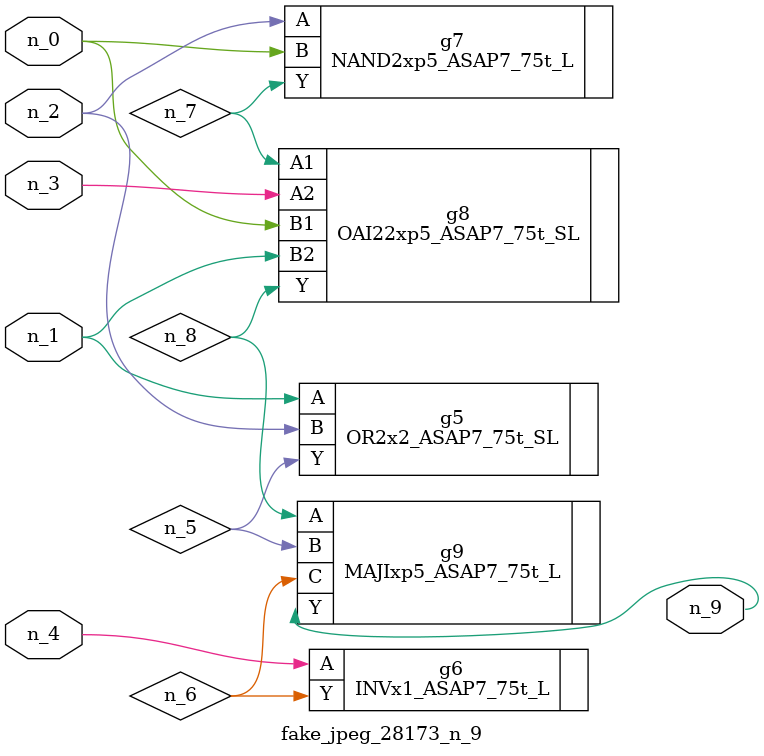
<source format=v>
module fake_jpeg_28173_n_9 (n_3, n_2, n_1, n_0, n_4, n_9);

input n_3;
input n_2;
input n_1;
input n_0;
input n_4;

output n_9;

wire n_8;
wire n_6;
wire n_5;
wire n_7;

OR2x2_ASAP7_75t_SL g5 ( 
.A(n_1),
.B(n_2),
.Y(n_5)
);

INVx1_ASAP7_75t_L g6 ( 
.A(n_4),
.Y(n_6)
);

NAND2xp5_ASAP7_75t_L g7 ( 
.A(n_2),
.B(n_0),
.Y(n_7)
);

OAI22xp5_ASAP7_75t_SL g8 ( 
.A1(n_7),
.A2(n_3),
.B1(n_0),
.B2(n_1),
.Y(n_8)
);

MAJIxp5_ASAP7_75t_L g9 ( 
.A(n_8),
.B(n_5),
.C(n_6),
.Y(n_9)
);


endmodule
</source>
